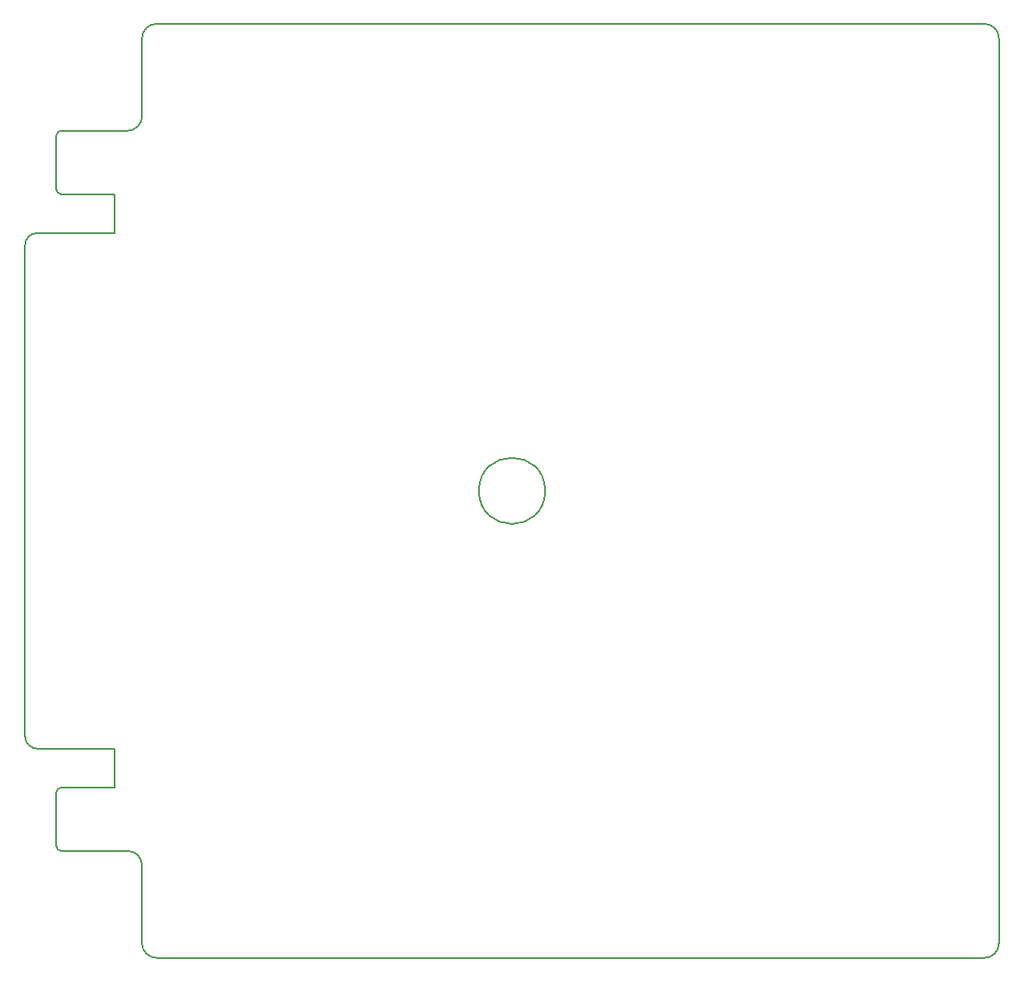
<source format=gm1>
%TF.GenerationSoftware,KiCad,Pcbnew,9.0.7*%
%TF.CreationDate,2026-01-19T16:38:05-08:00*%
%TF.ProjectId,CoCoProtoBoard,436f436f-5072-46f7-946f-426f6172642e,rev?*%
%TF.SameCoordinates,Original*%
%TF.FileFunction,Profile,NP*%
%FSLAX46Y46*%
G04 Gerber Fmt 4.6, Leading zero omitted, Abs format (unit mm)*
G04 Created by KiCad (PCBNEW 9.0.7) date 2026-01-19 16:38:05*
%MOMM*%
%LPD*%
G01*
G04 APERTURE LIST*
%TA.AperFunction,Profile*%
%ADD10C,0.150000*%
%TD*%
G04 APERTURE END LIST*
D10*
X144840000Y-104140000D02*
G75*
G02*
X138040000Y-104140000I-3400000J0D01*
G01*
X138040000Y-104140000D02*
G75*
G02*
X144840000Y-104140000I3400000J0D01*
G01*
X95140000Y-141140000D02*
X101940000Y-141140000D01*
X104940000Y-152140000D02*
X187940000Y-152140000D01*
X91440000Y-79140000D02*
X91440000Y-129140000D01*
X94640000Y-135140000D02*
X94640000Y-140640000D01*
X103440000Y-57640000D02*
G75*
G02*
X104940000Y-56140000I1500000J0D01*
G01*
X94640000Y-67640000D02*
X94640000Y-73140000D01*
X95140000Y-73640000D02*
G75*
G02*
X94640000Y-73140000I0J500000D01*
G01*
X91440000Y-78890000D02*
X91440000Y-79140000D01*
X93440000Y-130640000D02*
X100640000Y-130640000D01*
X104940000Y-152140000D02*
G75*
G02*
X103440000Y-150640000I0J1500000D01*
G01*
X92690000Y-77640000D02*
X93440000Y-77640000D01*
X92690000Y-130640000D02*
X93440000Y-130640000D01*
X100640000Y-130640000D02*
X100640000Y-134640000D01*
X187940000Y-152140000D02*
X189940000Y-152140000D01*
X95140000Y-141140000D02*
G75*
G02*
X94640000Y-140640000I0J500000D01*
G01*
X94640000Y-67640000D02*
G75*
G02*
X95140000Y-67140000I500000J0D01*
G01*
X189940000Y-56140000D02*
X187940000Y-56140000D01*
X101940000Y-141140000D02*
G75*
G02*
X103440000Y-142640000I0J-1500000D01*
G01*
X95140000Y-134640000D02*
X100640000Y-134640000D01*
X103440000Y-142640000D02*
X103440000Y-150640000D01*
X103440000Y-65640000D02*
G75*
G02*
X101940000Y-67140000I-1500000J0D01*
G01*
X91440000Y-129390000D02*
X91440000Y-129140000D01*
X189940000Y-56140000D02*
G75*
G02*
X191440000Y-57640000I0J-1500000D01*
G01*
X91440000Y-78890000D02*
G75*
G02*
X92690000Y-77640000I1250000J0D01*
G01*
X100640000Y-77640000D02*
X100640000Y-73640000D01*
X103440000Y-57640000D02*
X103440000Y-65640000D01*
X92690000Y-130640000D02*
G75*
G02*
X91440000Y-129390000I0J1250000D01*
G01*
X94640000Y-135140000D02*
G75*
G02*
X95140000Y-134640000I500000J0D01*
G01*
X187940000Y-56140000D02*
X104940000Y-56140000D01*
X93440000Y-77640000D02*
X100640000Y-77640000D01*
X95140000Y-73640000D02*
X100640000Y-73640000D01*
X95140000Y-67140000D02*
X101940000Y-67140000D01*
X191440000Y-150640000D02*
G75*
G02*
X189940000Y-152140000I-1500000J0D01*
G01*
X191440000Y-150640000D02*
X191440000Y-57640000D01*
M02*

</source>
